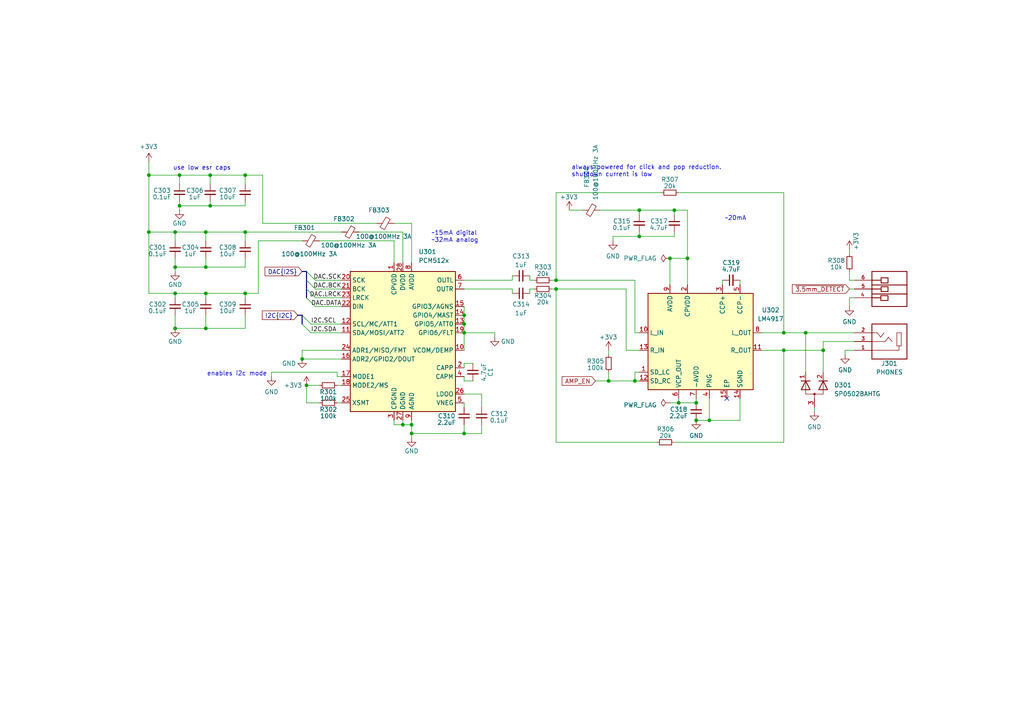
<source format=kicad_sch>
(kicad_sch (version 20230121) (generator eeschema)
  (paper "A4")
  (title_block (date "2022-09-04") (rev "1"))
  (lib_symbols
    (symbol "Audio:PCM5121PW"
      (property "Reference" "U" (at -13.97 21.59 0))
      (property "Value" "PCM5121PW" (at 10.16 21.59 0))
      (symbol "PCM5121PW_0_1"
        (rectangle (start -15.24 20.32) (end 15.24 -20.32) (stroke (width 0.254)) (fill (type background)))
      )
      (symbol "PCM5121PW_1_1"
        (pin power_in line (at -2.54 22.86 270) (length 2.54) (name "CPVDD") (number "1"))
        (pin bidirectional line (at 17.78 -2.54 180) (length 2.54) (name "VCOM/DEMP") (number "10"))
        (pin bidirectional line (at -17.78 2.54 0) (length 2.54) (name "SDA/MOSI/ATT2") (number "11"))
        (pin input line (at -17.78 5.08 0) (length 2.54) (name "SCL/MC/ATT1") (number "12"))
        (pin bidirectional line (at 17.78 5.08 180) (length 2.54) (name "GPIO5/ATT0") (number "13"))
        (pin bidirectional line (at 17.78 7.62 180) (length 2.54) (name "GPIO4/MAST") (number "14"))
        (pin bidirectional line (at 17.78 10.16 180) (length 2.54) (name "GPIO3/AGNS") (number "15"))
        (pin bidirectional line (at -17.78 -5.08 0) (length 2.54) (name "ADR2/GPIO2/DOUT") (number "16"))
        (pin input line (at -17.78 -10.16 0) (length 2.54) (name "MODE1") (number "17"))
        (pin input line (at -17.78 -12.7 0) (length 2.54) (name "MODE2/MS") (number "18"))
        (pin bidirectional line (at 17.78 2.54 180) (length 2.54) (name "GPIO6/FLT") (number "19"))
        (pin passive line (at 17.78 -7.62 180) (length 2.54) (name "CAPP") (number "2"))
        (pin input line (at -17.78 17.78 0) (length 2.54) (name "SCK") (number "20"))
        (pin bidirectional line (at -17.78 15.24 0) (length 2.54) (name "BCK") (number "21"))
        (pin input line (at -17.78 10.16 0) (length 2.54) (name "DIN") (number "22"))
        (pin bidirectional line (at -17.78 12.7 0) (length 2.54) (name "LRCK") (number "23"))
        (pin bidirectional line (at -17.78 -2.54 0) (length 2.54) (name "ADR1/MISO/FMT") (number "24"))
        (pin input line (at -17.78 -17.78 0) (length 2.54) (name "XSMT") (number "25"))
        (pin passive line (at 17.78 -15.24 180) (length 2.54) (name "LDOO") (number "26"))
        (pin power_in line (at 0 -22.86 90) (length 2.54) (name "DGND") (number "27"))
        (pin power_in line (at 0 22.86 270) (length 2.54) (name "DVDD") (number "28"))
        (pin power_in line (at -2.54 -22.86 90) (length 2.54) (name "CPGND") (number "3"))
        (pin passive line (at 17.78 -10.16 180) (length 2.54) (name "CAPM") (number "4"))
        (pin passive line (at 17.78 -17.78 180) (length 2.54) (name "VNEG") (number "5"))
        (pin output line (at 17.78 17.78 180) (length 2.54) (name "OUTL") (number "6"))
        (pin output line (at 17.78 15.24 180) (length 2.54) (name "OUTR") (number "7"))
        (pin power_in line (at 2.54 22.86 270) (length 2.54) (name "AVDD") (number "8"))
        (pin power_in line (at 2.54 -22.86 90) (length 2.54) (name "AGND") (number "9"))
      )
    )
    (symbol "Device:C_Small" (pin_numbers hide) (pin_names (offset 0.254) hide)
      (property "Reference" "C" (at 0.254 1.778 0))
      (property "Value" "C_Small" (at 0.254 -2.032 0))
      (symbol "C_Small_0_1"
        (polyline (pts (xy -1.524 -0.508) (xy 1.524 -0.508)) (stroke (width 0.3302)))
        (polyline (pts (xy -1.524 0.508) (xy 1.524 0.508)) (stroke (width 0.3048)))
      )
      (symbol "C_Small_1_1"
        (pin passive line (at 0 2.54 270) (length 2.032) (name "~") (number "1"))
        (pin passive line (at 0 -2.54 90) (length 2.032) (name "~") (number "2"))
      )
    )
    (symbol "Device:D_Dual_CommonAnode_KKA_Parallel" (pin_names (offset 0.762) hide)
      (property "Reference" "D" (at 0 5.08 0))
      (property "Value" "D_Dual_CommonAnode_KKA_Parallel" (at 0 -5.08 0))
      (symbol "D_Dual_CommonAnode_KKA_Parallel_0_0"
        (polyline (pts (xy 2.54 -3.81) (xy 2.54 -1.27)) (stroke (width 0.254)))
        (polyline (pts (xy 2.54 1.27) (xy 2.54 3.81)) (stroke (width 0.254)))
      )
      (symbol "D_Dual_CommonAnode_KKA_Parallel_0_1"
        (circle (center -1.27 0) (radius 0.254) (fill (type outline)))
        (polyline (pts (xy -1.27 0) (xy -2.54 0)))
        (polyline (pts (xy 2.54 2.54) (xy -1.27 2.54) (xy -1.27 -2.54) (xy 2.54 -2.54)))
        (polyline (pts (xy 0 -1.27) (xy 2.54 -2.54) (xy 0 -3.81) (xy 0 -1.27) (xy 0 -1.27) (xy 0 -1.27)) (stroke (width 0.254)))
        (polyline (pts (xy 0 3.81) (xy 2.54 2.54) (xy 0 1.27) (xy 0 3.81) (xy 0 3.81) (xy 0 3.81)) (stroke (width 0.254)))
        (pin passive line (at 5.08 2.54 180) (length 2.54) (name "K") (number "1"))
        (pin passive line (at 5.08 -2.54 180) (length 2.54) (name "K") (number "2"))
        (pin passive line (at -5.08 0 0) (length 2.54) (name "A") (number "3"))
      )
    )
    (symbol "Device:FerriteBead_Small" (pin_numbers hide) (pin_names (offset 0))
      (property "Reference" "FB" (at 1.905 1.27 0))
      (property "Value" "FerriteBead_Small" (at 1.905 -1.27 0))
      (symbol "FerriteBead_Small_0_1"
        (polyline (pts (xy 0 -1.27) (xy 0 -0.7874)))
        (polyline (pts (xy 0 0.889) (xy 0 1.2954)))
        (polyline (pts (xy -1.8288 0.2794) (xy -1.1176 1.4986) (xy 1.8288 -0.2032) (xy 1.1176 -1.4224) (xy -1.8288 0.2794)))
      )
      (symbol "FerriteBead_Small_1_1"
        (pin passive line (at 0 2.54 270) (length 1.27) (name "~") (number "1"))
        (pin passive line (at 0 -2.54 90) (length 1.27) (name "~") (number "2"))
      )
    )
    (symbol "Device:R_Small" (pin_numbers hide) (pin_names (offset 0.254) hide)
      (property "Reference" "R" (at 0.762 0.508 0))
      (property "Value" "R_Small" (at 0.762 -1.016 0))
      (symbol "R_Small_0_1"
        (rectangle (start -0.762 1.778) (end 0.762 -1.778) (stroke (width 0.2032)))
      )
      (symbol "R_Small_1_1"
        (pin passive line (at 0 2.54 270) (length 0.762) (name "~") (number "1"))
        (pin passive line (at 0 -2.54 90) (length 0.762) (name "~") (number "2"))
      )
    )
    (symbol "power:+3V3" (power) (pin_names (offset 0))
      (property "Value" "+3V3" (at 0 3.556 0))
      (symbol "+3V3_0_1"
        (polyline (pts (xy -0.762 1.27) (xy 0 2.54)))
        (polyline (pts (xy 0 0) (xy 0 2.54)))
        (polyline (pts (xy 0 2.54) (xy 0.762 1.27)))
      )
      (symbol "+3V3_1_1"
        (pin power_in line (at 0 0 90) (length 0) hide (name "+3V3") (number "1"))
      )
    )
    (symbol "power:GND" (power) (pin_names (offset 0))
      (property "Value" "GND" (at 0 -3.81 0))
      (symbol "GND_0_1"
        (polyline (pts (xy 0 0) (xy 0 -1.27) (xy 1.27 -1.27) (xy 0 -2.54) (xy -1.27 -1.27) (xy 0 -1.27)))
      )
      (symbol "GND_1_1"
        (pin power_in line (at 0 0 270) (length 0) hide (name "GND") (number "1"))
      )
    )
    (symbol "power:PWR_FLAG" (power) (pin_numbers hide) (pin_names (offset 0) hide)
      (property "Value" "PWR_FLAG" (at 0 3.81 0))
      (symbol "PWR_FLAG_0_0"
        (pin power_out line (at 0 0 90) (length 0) (name "pwr") (number "1"))
      )
      (symbol "PWR_FLAG_0_1"
        (polyline (pts (xy 0 0) (xy 0 1.27) (xy -1.016 1.905) (xy 0 2.54) (xy 1.016 1.905) (xy 0 1.27)))
      )
    )
    (symbol "symbols:LM4917"
      (property "Reference" "U" (at 0 0 0))
      (property "Value" "LM4917" (at 0 0 0))
      (symbol "LM4917_0_0"
        (pin input line (at -17.78 -2.54 0) (length 2.54) (name "R_IN") (number "13"))
        (pin power_in line (at 11.43 -16.51 90) (length 2.54) (name "SGND") (number "14"))
        (pin power_in line (at 7.62 -16.51 90) (length 2.54) (name "EP") (number "15"))
        (pin passive line (at 6.35 16.51 270) (length 2.54) (name "CCP+") (number "3"))
      )
      (symbol "LM4917_0_1"
        (rectangle (start -15.24 13.97) (end 15.24 -13.97) (stroke (width 0.254)) (fill (type background)))
      )
      (symbol "LM4917_1_1"
        (pin input line (at -17.78 -8.89 0) (length 2.54) (name "SD_LC") (number "1"))
        (pin input line (at -17.78 2.54 0) (length 2.54) (name "L_IN") (number "10"))
        (pin output line (at 17.78 -2.54 180) (length 2.54) (name "R_OUT") (number "11"))
        (pin input line (at -17.78 -11.43 0) (length 2.54) (name "SD_RC") (number "12"))
        (pin power_in line (at -3.81 16.51 270) (length 2.54) (name "CPVDD") (number "2"))
        (pin power_in line (at 2.54 -16.51 90) (length 2.54) (name "PNG") (number "4"))
        (pin passive line (at 11.43 16.51 270) (length 2.54) (name "CCP-") (number "5"))
        (pin power_in line (at -6.35 -16.51 90) (length 2.54) (name "VCP_OUT") (number "6"))
        (pin power_in line (at -1.27 -16.51 90) (length 2.54) (name "-AVDD") (number "7"))
        (pin output line (at 17.78 2.54 180) (length 2.54) (name "L_OUT") (number "8"))
        (pin power_in line (at -8.89 16.51 270) (length 2.54) (name "AVDD") (number "9"))
      )
    )
    (symbol "symbols:SJ-3566AN" (pin_names (offset 1.016) hide)
      (property "Reference" "J" (at -5.1054 5.7404 0))
      (property "Value" "SJ-3566AN" (at -5.1054 -22.9362 0))
      (symbol "SJ-3566AN_0_0"
        (polyline (pts (xy -5.1054 -13.7922) (xy 5.0038 -13.7922)) (stroke (width 0.254)))
        (polyline (pts (xy -5.08 -20.32) (xy 5.08 -20.32)) (stroke (width 0.254)))
        (polyline (pts (xy -5.08 -10.16) (xy -5.08 -20.32)) (stroke (width 0.254)))
        (polyline (pts (xy -5.08 -5.08) (xy 5.08 -5.08)) (stroke (width 0.254)))
        (polyline (pts (xy -5.08 5.08) (xy -5.08 -5.08)) (stroke (width 0.254)))
        (polyline (pts (xy -3.429 -2.54) (xy -2.159 -2.54)) (stroke (width 0.1524)))
        (polyline (pts (xy -3.429 1.27) (xy -3.429 -2.54)) (stroke (width 0.1524)))
        (polyline (pts (xy -2.794 1.27) (xy -3.429 1.27)) (stroke (width 0.1524)))
        (polyline (pts (xy -2.794 1.27) (xy -2.794 2.54)) (stroke (width 0.1524)))
        (polyline (pts (xy -2.794 2.54) (xy 5.08 2.54)) (stroke (width 0.1524)))
        (polyline (pts (xy -2.159 -2.54) (xy -2.159 1.27)) (stroke (width 0.1524)))
        (polyline (pts (xy -2.159 1.27) (xy -2.794 1.27)) (stroke (width 0.1524)))
        (polyline (pts (xy 0.254 -1.27) (xy -0.762 0)) (stroke (width 0.1524)))
        (polyline (pts (xy 0.4064 -18.4912) (xy 0.4064 -16.9926)) (stroke (width 0.254)))
        (polyline (pts (xy 0.4064 -16.9926) (xy 2.3876 -16.9926)) (stroke (width 0.254)))
        (polyline (pts (xy 0.4064 -15.9004) (xy 0.4064 -14.5034)) (stroke (width 0.254)))
        (polyline (pts (xy 0.4064 -14.5034) (xy 2.3876 -14.5034)) (stroke (width 0.254)))
        (polyline (pts (xy 0.4064 -11.9126) (xy 0.4064 -13.3096)) (stroke (width 0.254)))
        (polyline (pts (xy 0.508 -13.3096) (xy 2.4892 -13.3096)) (stroke (width 0.254)))
        (polyline (pts (xy 1.27 0) (xy 0.254 -1.27)) (stroke (width 0.1524)))
        (polyline (pts (xy 1.524 -2.54) (xy 2.54 -1.27)) (stroke (width 0.1524)))
        (polyline (pts (xy 2.3876 -18.4912) (xy 0.4064 -18.4912)) (stroke (width 0.254)))
        (polyline (pts (xy 2.3876 -16.9926) (xy 2.3876 -18.4912)) (stroke (width 0.254)))
        (polyline (pts (xy 2.3876 -15.9004) (xy 0.4064 -15.9004)) (stroke (width 0.254)))
        (polyline (pts (xy 2.3876 -14.5034) (xy 2.3876 -15.9004)) (stroke (width 0.254)))
        (polyline (pts (xy 2.4892 -13.3096) (xy 2.4892 -11.9126)) (stroke (width 0.254)))
        (polyline (pts (xy 2.4892 -11.9126) (xy 0.508 -11.9126)) (stroke (width 0.254)))
        (polyline (pts (xy 2.54 -1.27) (xy 3.556 -2.54)) (stroke (width 0.1524)))
        (polyline (pts (xy 5.08 -20.32) (xy 5.08 -17.78)) (stroke (width 0.254)))
        (polyline (pts (xy 5.08 -17.78) (xy 2.54 -17.78)) (stroke (width 0.254)))
        (polyline (pts (xy 5.08 -17.78) (xy 5.08 -15.24)) (stroke (width 0.254)))
        (polyline (pts (xy 5.08 -15.24) (xy 2.54 -15.24)) (stroke (width 0.254)))
        (polyline (pts (xy 5.08 -15.24) (xy 5.08 -12.7)) (stroke (width 0.254)))
        (polyline (pts (xy 5.08 -12.7) (xy 2.54 -12.7)) (stroke (width 0.254)))
        (polyline (pts (xy 5.08 -12.7) (xy 5.08 -10.16)) (stroke (width 0.254)))
        (polyline (pts (xy 5.08 -10.16) (xy -5.08 -10.16)) (stroke (width 0.254)))
        (polyline (pts (xy 5.08 -5.08) (xy 5.08 -2.54)) (stroke (width 0.254)))
        (polyline (pts (xy 5.08 -2.54) (xy 3.556 -2.54)) (stroke (width 0.1524)))
        (polyline (pts (xy 5.08 -2.54) (xy 5.08 0)) (stroke (width 0.254)))
        (polyline (pts (xy 5.08 0) (xy 1.27 0)) (stroke (width 0.1524)))
        (polyline (pts (xy 5.08 0) (xy 5.08 2.54)) (stroke (width 0.254)))
        (polyline (pts (xy 5.08 2.54) (xy 5.08 5.08)) (stroke (width 0.254)))
        (polyline (pts (xy 5.08 5.08) (xy -5.08 5.08)) (stroke (width 0.254)))
        (polyline (pts (xy 5.1054 -16.4084) (xy -5.1054 -16.4084)) (stroke (width 0.254)))
        (pin passive line (at 10.16 2.54 180) (length 5.08) (name "~") (number "1"))
        (pin passive line (at 10.16 -2.54 180) (length 5.08) (name "~") (number "2"))
        (pin passive line (at 10.16 0 180) (length 5.08) (name "~") (number "3"))
        (pin passive line (at 10.3124 -12.7 180) (length 5.08) (name "~") (number "4"))
        (pin passive line (at 10.16 -15.24 180) (length 5.08) (name "~") (number "5"))
        (pin passive line (at 10.16 -17.78 180) (length 5.08) (name "~") (number "6"))
      )
    )
  )
  (junction (at 71.12 85.09))
  (junction (at 134.62 93.98))
  (junction (at 134.62 91.44))
  (junction (at 201.93 121.92))
  (junction (at 43.18 50.8))
  (junction (at 195.58 60.96))
  (junction (at 176.53 110.49))
  (junction (at 119.38 125.73))
  (junction (at 184.15 110.49))
  (junction (at 43.18 67.31))
  (junction (at 59.69 67.31))
  (junction (at 71.12 50.8))
  (junction (at 116.84 123.19))
  (junction (at 238.76 101.6))
  (junction (at 227.33 101.6))
  (junction (at 59.69 95.25))
  (junction (at 50.8 85.09))
  (junction (at 199.39 74.93))
  (junction (at 185.42 60.96))
  (junction (at 87.63 104.14))
  (junction (at 185.42 68.58))
  (junction (at 59.69 77.47))
  (junction (at 205.74 121.92))
  (junction (at 119.38 123.19))
  (junction (at 201.93 116.84))
  (junction (at 50.8 67.31))
  (junction (at 134.62 96.52))
  (junction (at 134.62 125.73))
  (junction (at 161.29 83.82))
  (junction (at 52.07 50.8))
  (junction (at 233.68 96.52))
  (junction (at 52.07 59.69))
  (junction (at 50.8 95.25))
  (junction (at 88.9 111.76))
  (junction (at 60.96 59.69))
  (junction (at 71.12 67.31))
  (junction (at 60.96 50.8))
  (junction (at 196.85 116.84))
  (junction (at 161.29 81.28))
  (junction (at 194.31 74.93))
  (junction (at 227.33 96.52))
  (junction (at 50.8 77.47))
  (junction (at 59.69 85.09))
  (no_connect (at 210.82 115.57))
  (bus_entry (at 87.63 93.98) (size 2.54 2.54))
  (bus_entry (at 87.63 91.44) (size 2.54 2.54))
  (bus_entry (at 88.9 78.74) (size 2.54 2.54))
  (bus_entry (at 88.9 81.28) (size 2.54 2.54))
  (bus_entry (at 88.9 86.36) (size 2.54 2.54))
  (bus_entry (at 88.9 83.82) (size 2.54 2.54))
  (wire (pts (xy 176.53 102.87) (xy 176.53 101.6)))
  (wire (pts (xy 59.69 74.93) (xy 59.69 77.47)))
  (wire (pts (xy 184.15 81.28) (xy 184.15 96.52)))
  (wire (pts (xy 153.67 83.82) (xy 153.67 85.09)))
  (wire (pts (xy 134.62 105.41) (xy 134.62 106.68)))
  (wire (pts (xy 71.12 58.42) (xy 71.12 59.69)))
  (wire (pts (xy 116.84 123.19) (xy 119.38 123.19)))
  (wire (pts (xy 50.8 77.47) (xy 50.8 78.74)))
  (wire (pts (xy 154.94 81.28) (xy 153.67 81.28)))
  (wire (pts (xy 227.33 101.6) (xy 227.33 128.27)))
  (wire (pts (xy 153.67 81.28) (xy 153.67 80.01)))
  (wire (pts (xy 148.59 83.82) (xy 148.59 85.09)))
  (wire (pts (xy 172.72 110.49) (xy 176.53 110.49)))
  (wire (pts (xy 227.33 128.27) (xy 195.58 128.27)))
  (wire (pts (xy 209.55 81.28) (xy 209.55 82.55)))
  (wire (pts (xy 220.98 101.6) (xy 227.33 101.6)))
  (wire (pts (xy 50.8 77.47) (xy 59.69 77.47)))
  (wire (pts (xy 50.8 69.85) (xy 50.8 67.31)))
  (wire (pts (xy 52.07 50.8) (xy 60.96 50.8)))
  (wire (pts (xy 185.42 60.96) (xy 195.58 60.96)))
  (wire (pts (xy 87.63 101.6) (xy 99.06 101.6)))
  (wire (pts (xy 59.69 67.31) (xy 71.12 67.31)))
  (wire (pts (xy 247.8024 101.6) (xy 245.11 101.6)))
  (wire (pts (xy 177.8 68.58) (xy 177.8 69.85)))
  (wire (pts (xy 173.99 60.96) (xy 185.42 60.96)))
  (wire (pts (xy 76.2 50.8) (xy 76.2 64.77)))
  (wire (pts (xy 87.63 101.6) (xy 87.63 104.14)))
  (bus (pts (xy 88.9 78.74) (xy 88.9 81.28)))
  (wire (pts (xy 139.7 125.73) (xy 134.62 125.73)))
  (wire (pts (xy 134.62 114.3) (xy 139.7 114.3)))
  (wire (pts (xy 161.29 55.88) (xy 191.77 55.88)))
  (wire (pts (xy 185.42 60.96) (xy 185.42 62.23)))
  (wire (pts (xy 195.58 60.96) (xy 199.39 60.96)))
  (wire (pts (xy 43.18 50.8) (xy 52.07 50.8)))
  (wire (pts (xy 119.38 76.2) (xy 119.38 64.77)))
  (wire (pts (xy 134.62 81.28) (xy 148.59 81.28)))
  (wire (pts (xy 59.69 67.31) (xy 59.69 69.85)))
  (wire (pts (xy 97.79 111.76) (xy 99.06 111.76)))
  (wire (pts (xy 233.68 96.52) (xy 233.68 107.95)))
  (wire (pts (xy 52.07 59.69) (xy 60.96 59.69)))
  (wire (pts (xy 214.63 115.57) (xy 214.63 121.92)))
  (bus (pts (xy 87.63 78.74) (xy 88.9 78.74)))
  (wire (pts (xy 181.61 83.82) (xy 161.29 83.82)))
  (wire (pts (xy 97.79 107.95) (xy 97.79 109.22)))
  (wire (pts (xy 97.79 109.22) (xy 99.06 109.22)))
  (wire (pts (xy 227.33 55.88) (xy 227.33 96.52)))
  (wire (pts (xy 114.3 123.19) (xy 116.84 123.19)))
  (wire (pts (xy 59.69 85.09) (xy 59.69 86.36)))
  (wire (pts (xy 134.62 88.9) (xy 134.62 91.44)))
  (wire (pts (xy 238.76 101.6) (xy 238.76 99.06)))
  (wire (pts (xy 199.39 60.96) (xy 199.39 74.93)))
  (wire (pts (xy 99.06 67.31) (xy 71.12 67.31)))
  (wire (pts (xy 184.15 107.95) (xy 184.15 110.49)))
  (wire (pts (xy 71.12 74.93) (xy 71.12 77.47)))
  (wire (pts (xy 59.69 91.44) (xy 59.69 95.25)))
  (wire (pts (xy 137.16 110.49) (xy 134.62 110.49)))
  (wire (pts (xy 161.29 81.28) (xy 160.02 81.28)))
  (wire (pts (xy 60.96 50.8) (xy 71.12 50.8)))
  (wire (pts (xy 154.94 83.82) (xy 153.67 83.82)))
  (wire (pts (xy 181.61 83.82) (xy 181.61 101.6)))
  (wire (pts (xy 139.7 123.19) (xy 139.7 125.73)))
  (wire (pts (xy 88.9 116.84) (xy 92.71 116.84)))
  (wire (pts (xy 60.96 50.8) (xy 60.96 53.34)))
  (wire (pts (xy 185.42 68.58) (xy 177.8 68.58)))
  (bus (pts (xy 87.63 91.44) (xy 87.63 93.98)))
  (wire (pts (xy 165.1 60.96) (xy 168.91 60.96)))
  (wire (pts (xy 134.62 96.52) (xy 134.62 101.6)))
  (wire (pts (xy 71.12 91.44) (xy 71.12 95.25)))
  (wire (pts (xy 50.8 91.44) (xy 50.8 95.25)))
  (wire (pts (xy 90.17 96.52) (xy 99.06 96.52)))
  (wire (pts (xy 43.18 67.31) (xy 43.18 85.09)))
  (wire (pts (xy 71.12 86.36) (xy 71.12 85.09)))
  (wire (pts (xy 43.18 50.8) (xy 43.18 67.31)))
  (wire (pts (xy 71.12 53.34) (xy 71.12 50.8)))
  (wire (pts (xy 246.38 72.39) (xy 246.38 73.66)))
  (wire (pts (xy 195.58 68.58) (xy 195.58 67.31)))
  (wire (pts (xy 134.62 123.19) (xy 134.62 125.73)))
  (wire (pts (xy 59.69 77.47) (xy 71.12 77.47)))
  (wire (pts (xy 161.29 55.88) (xy 161.29 81.28)))
  (wire (pts (xy 88.9 111.76) (xy 92.71 111.76)))
  (wire (pts (xy 52.07 53.34) (xy 52.07 50.8)))
  (wire (pts (xy 161.29 128.27) (xy 161.29 83.82)))
  (wire (pts (xy 227.33 101.6) (xy 238.76 101.6)))
  (wire (pts (xy 88.9 111.76) (xy 88.9 116.84)))
  (wire (pts (xy 233.68 96.52) (xy 247.8024 96.52)))
  (wire (pts (xy 71.12 69.85) (xy 71.12 67.31)))
  (wire (pts (xy 205.74 121.92) (xy 201.93 121.92)))
  (bus (pts (xy 88.9 83.82) (xy 88.9 86.36)))
  (wire (pts (xy 220.98 96.52) (xy 227.33 96.52)))
  (wire (pts (xy 236.22 119.38) (xy 236.22 118.11)))
  (wire (pts (xy 50.8 74.93) (xy 50.8 77.47)))
  (wire (pts (xy 78.74 107.95) (xy 78.74 109.22)))
  (wire (pts (xy 161.29 83.82) (xy 160.02 83.82)))
  (wire (pts (xy 143.51 97.79) (xy 143.51 96.52)))
  (wire (pts (xy 91.44 86.36) (xy 99.06 86.36)))
  (wire (pts (xy 74.93 85.09) (xy 74.93 69.85)))
  (wire (pts (xy 246.38 86.36) (xy 247.65 86.36)))
  (wire (pts (xy 238.76 101.6) (xy 238.76 107.95)))
  (wire (pts (xy 134.62 125.73) (xy 119.38 125.73)))
  (wire (pts (xy 184.15 110.49) (xy 185.42 110.49)))
  (wire (pts (xy 245.11 101.6) (xy 245.11 102.87)))
  (wire (pts (xy 134.62 110.49) (xy 134.62 109.22)))
  (wire (pts (xy 50.8 85.09) (xy 59.69 85.09)))
  (wire (pts (xy 59.69 85.09) (xy 71.12 85.09)))
  (wire (pts (xy 196.85 115.57) (xy 196.85 116.84)))
  (wire (pts (xy 60.96 58.42) (xy 60.96 59.69)))
  (wire (pts (xy 246.38 81.28) (xy 247.8024 81.28)))
  (wire (pts (xy 97.79 116.84) (xy 99.06 116.84)))
  (wire (pts (xy 194.31 82.55) (xy 194.31 74.93)))
  (wire (pts (xy 246.38 88.9) (xy 246.38 86.36)))
  (wire (pts (xy 214.63 81.28) (xy 214.63 82.55)))
  (bus (pts (xy 88.9 81.28) (xy 88.9 83.82)))
  (wire (pts (xy 91.44 83.82) (xy 99.06 83.82)))
  (wire (pts (xy 134.62 93.98) (xy 134.62 96.52)))
  (wire (pts (xy 227.33 96.52) (xy 233.68 96.52)))
  (wire (pts (xy 116.84 76.2) (xy 116.84 67.31)))
  (wire (pts (xy 114.3 69.85) (xy 114.3 76.2)))
  (wire (pts (xy 78.74 107.95) (xy 97.79 107.95)))
  (wire (pts (xy 205.74 115.57) (xy 205.74 121.92)))
  (wire (pts (xy 74.93 69.85) (xy 87.63 69.85)))
  (wire (pts (xy 50.8 86.36) (xy 50.8 85.09)))
  (wire (pts (xy 43.18 46.99) (xy 43.18 50.8)))
  (wire (pts (xy 176.53 110.49) (xy 184.15 110.49)))
  (wire (pts (xy 185.42 68.58) (xy 195.58 68.58)))
  (wire (pts (xy 71.12 85.09) (xy 74.93 85.09)))
  (wire (pts (xy 205.74 121.92) (xy 214.63 121.92)))
  (wire (pts (xy 194.31 74.93) (xy 199.39 74.93)))
  (wire (pts (xy 184.15 107.95) (xy 185.42 107.95)))
  (bus (pts (xy 86.36 91.44) (xy 87.63 91.44)))
  (wire (pts (xy 92.71 69.85) (xy 114.3 69.85)))
  (wire (pts (xy 196.85 55.88) (xy 227.33 55.88)))
  (wire (pts (xy 246.38 83.82) (xy 247.8024 83.82)))
  (wire (pts (xy 194.31 116.84) (xy 196.85 116.84)))
  (wire (pts (xy 201.93 116.84) (xy 201.93 115.57)))
  (wire (pts (xy 119.38 123.19) (xy 119.38 125.73)))
  (wire (pts (xy 176.53 107.95) (xy 176.53 110.49)))
  (wire (pts (xy 134.62 116.84) (xy 134.62 118.11)))
  (wire (pts (xy 50.8 95.25) (xy 59.69 95.25)))
  (wire (pts (xy 114.3 64.77) (xy 119.38 64.77)))
  (wire (pts (xy 134.62 91.44) (xy 134.62 93.98)))
  (wire (pts (xy 90.17 93.98) (xy 99.06 93.98)))
  (wire (pts (xy 50.8 85.09) (xy 43.18 85.09)))
  (wire (pts (xy 116.84 121.92) (xy 116.84 123.19)))
  (wire (pts (xy 185.42 101.6) (xy 181.61 101.6)))
  (wire (pts (xy 184.15 96.52) (xy 185.42 96.52)))
  (wire (pts (xy 195.58 60.96) (xy 195.58 62.23)))
  (wire (pts (xy 71.12 50.8) (xy 76.2 50.8)))
  (wire (pts (xy 139.7 118.11) (xy 139.7 114.3)))
  (wire (pts (xy 52.07 59.69) (xy 52.07 60.96)))
  (wire (pts (xy 50.8 67.31) (xy 59.69 67.31)))
  (wire (pts (xy 87.63 104.14) (xy 99.06 104.14)))
  (wire (pts (xy 184.15 81.28) (xy 161.29 81.28)))
  (wire (pts (xy 76.2 64.77) (xy 109.22 64.77)))
  (wire (pts (xy 185.42 67.31) (xy 185.42 68.58)))
  (wire (pts (xy 91.44 81.28) (xy 99.06 81.28)))
  (wire (pts (xy 199.39 74.93) (xy 199.39 82.55)))
  (wire (pts (xy 119.38 121.92) (xy 119.38 123.19)))
  (wire (pts (xy 134.62 83.82) (xy 148.59 83.82)))
  (wire (pts (xy 114.3 121.92) (xy 114.3 123.19)))
  (wire (pts (xy 116.84 67.31) (xy 104.14 67.31)))
  (wire (pts (xy 196.85 116.84) (xy 201.93 116.84)))
  (wire (pts (xy 238.76 99.06) (xy 247.8024 99.06)))
  (wire (pts (xy 134.62 96.52) (xy 143.51 96.52)))
  (wire (pts (xy 137.16 105.41) (xy 134.62 105.41)))
  (wire (pts (xy 148.59 81.28) (xy 148.59 80.01)))
  (wire (pts (xy 119.38 125.73) (xy 119.38 127)))
  (wire (pts (xy 246.38 81.28) (xy 246.38 78.74)))
  (wire (pts (xy 52.07 58.42) (xy 52.07 59.69)))
  (wire (pts (xy 190.5 128.27) (xy 161.29 128.27)))
  (wire (pts (xy 91.44 88.9) (xy 99.06 88.9)))
  (wire (pts (xy 60.96 59.69) (xy 71.12 59.69)))
  (wire (pts (xy 43.18 67.31) (xy 50.8 67.31)))
  (wire (pts (xy 59.69 95.25) (xy 71.12 95.25)))
  (text "~20mA" (at 210.185 64.135 0) (effects (font (size 1.27 1.27)) (justify left bottom)))
  (text "always powered for click and pop reduction.\nshutdown current is low" (at 165.735 51.435 0) (effects (font (size 1.27 1.27)) (justify left bottom)))
  (text "~15mA digital\n~32mA analog" (at 125.095 70.485 0) (effects (font (size 1.27 1.27)) (justify left bottom)))
  (text "use low esr caps" (at 50.165 49.53 0) (effects (font (size 1.27 1.27)) (justify left bottom)))
  (text "enables i2c mode" (at 77.47 109.22 0) (effects (font (size 1.27 1.27)) (justify right bottom)))
  (label "DAC.BCK" (at 99.06 83.82 180))
  (label "DAC.LRCK" (at 99.06 86.36 180))
  (label "DAC.DATA" (at 99.06 88.9 180))
  (label "I2C.SCL" (at 90.17 93.98 0))
  (label "I2C.SDA" (at 90.17 96.52 0))
  (label "DAC.SCK" (at 99.06 81.28 180))
  (global_label "AMP_EN" (shape input) (at 172.72 110.49 180) (property "Intersheetrefs" "${INTERSHEET_REFS}" (effects hide)))
  (global_label "I2C{I2C}" (shape input) (at 86.36 91.44 180) (property "Intersheetrefs" "${INTERSHEET_REFS}" (effects hide)))
  (global_label "DAC{I2S}" (shape input) (at 87.63 78.74 180) (property "Intersheetrefs" "${INTERSHEET_REFS}" (effects hide)))
  (global_label "~{3.5mm_DETECT}" (shape input) (at 246.38 83.82 180) (property "Intersheetrefs" "${INTERSHEET_REFS}" (effects hide)))
  (symbol (lib_id "Device:C_Small") (at 71.12 55.88 0) (unit 1)
    (property "Reference" "C307" (at 66.04 55.245 0))
    (property "Value" "10uF" (at 66.04 57.15 0))
    (property "Footprint" "Capacitor_SMD:C_0603_1608Metric" (effects hide))
  )
  (symbol (lib_id "power:GND") (at 119.38 127 0) (unit 1)
    (property "Reference" "#PWR0308" (effects hide))
    (property "Value" "GND" (at 119.38 130.81 0))
  )
  (symbol (lib_id "power:GND") (at 87.63 104.14 0) (unit 1)
    (property "Reference" "#PWR0307" (effects hide))
    (property "Value" "GND" (at 83.82 105.41 0))
  )
  (symbol (lib_id "Device:C_Small") (at 71.12 88.9 0) (unit 1)
    (property "Reference" "C309" (at 66.04 88.265 0))
    (property "Value" "10uF" (at 66.04 90.17 0))
    (property "Footprint" "Capacitor_SMD:C_0603_1608Metric" (effects hide))
  )
  (symbol (lib_id "Device:C_Small") (at 139.7 120.65 0) (unit 1)
    (property "Reference" "C312" (at 144.78 120.015 0))
    (property "Value" "0.1uF" (at 144.78 121.92 0))
    (property "Footprint" "Capacitor_SMD:C_0603_1608Metric" (effects hide))
  )
  (symbol (lib_id "Device:R_Small") (at 193.04 128.27 90) (unit 1)
    (property "Reference" "R306" (at 193.04 124.46 90))
    (property "Value" "20k" (at 193.04 126.365 90))
    (property "Footprint" "Resistor_SMD:R_0603_1608Metric" (effects hide))
    (property "MPN" "AC0603FR-0720KL" (effects hide))
  )
  (symbol (lib_id "Device:R_Small") (at 95.25 111.76 90) (unit 1)
    (property "Reference" "R301" (at 95.25 113.665 90))
    (property "Value" "100k" (at 95.25 115.57 90))
    (property "Footprint" "Resistor_SMD:R_0603_1608Metric" (effects hide))
    (property "MPN" "RC0603JR-10100KL" (effects hide))
  )
  (symbol (lib_id "Device:R_Small") (at 157.48 81.28 90) (unit 1)
    (property "Reference" "R303" (at 157.48 77.47 90))
    (property "Value" "20k" (at 157.48 79.375 90))
    (property "Footprint" "Resistor_SMD:R_0603_1608Metric" (effects hide))
    (property "MPN" "AC0603FR-0720KL" (effects hide))
  )
  (symbol (lib_id "power:GND") (at 50.8 95.25 0) (unit 1)
    (property "Reference" "#PWR0303" (effects hide))
    (property "Value" "GND" (at 50.8 99.06 0))
  )
  (symbol (lib_id "Device:FerriteBead_Small") (at 90.17 69.85 90) (unit 1)
    (property "Reference" "FB301" (at 91.44 66.04 90) (effects (justify left)))
    (property "Value" "100@100MHz 3A" (at 97.79 73.66 90) (effects (justify left)))
    (property "Footprint" "Inductor_SMD:L_0603_1608Metric" (effects hide))
    (property "MPN" "BLM18KG101TN1D" (effects hide))
  )
  (symbol (lib_id "Device:C_Small") (at 134.62 120.65 0) (unit 1)
    (property "Reference" "C310" (at 129.54 120.65 0))
    (property "Value" "2.2uF" (at 129.54 122.555 0))
    (property "Footprint" "Capacitor_SMD:C_0603_1608Metric" (effects hide))
    (property "MPN" "EMK107ABJ225KA8T" (effects hide))
  )
  (symbol (lib_id "Device:C_Small") (at 71.12 72.39 0) (unit 1)
    (property "Reference" "C308" (at 66.04 71.755 0))
    (property "Value" "10uF" (at 66.04 73.66 0))
    (property "Footprint" "Capacitor_SMD:C_0603_1608Metric" (effects hide))
  )
  (symbol (lib_id "power:GND") (at 78.74 109.22 0) (unit 1)
    (property "Reference" "#PWR0305" (effects hide))
    (property "Value" "GND" (at 78.74 113.665 0))
  )
  (symbol (lib_id "Device:C_Small") (at 59.69 72.39 0) (unit 1)
    (property "Reference" "C304" (at 55.245 71.755 0))
    (property "Value" "1uF" (at 55.245 73.66 0))
    (property "Footprint" "Capacitor_SMD:C_0603_1608Metric" (effects hide))
  )
  (symbol (lib_id "power:GND") (at 143.51 97.79 0) (unit 1)
    (property "Reference" "#PWR0309" (effects hide))
    (property "Value" "GND" (at 147.32 99.06 0))
  )
  (symbol (lib_id "power:GND") (at 245.11 102.87 0) (unit 1)
    (property "Reference" "#PWR0315" (effects hide))
    (property "Value" "GND" (at 245.11 107.315 0))
  )
  (symbol (lib_id "power:+3V3") (at 165.1 60.96 0) (unit 1)
    (property "Reference" "#PWR0310" (effects hide))
    (property "Value" "+3V3" (at 167.64 57.15 0) (effects (justify right)))
  )
  (symbol (lib_id "Device:C_Small") (at 60.96 55.88 0) (unit 1)
    (property "Reference" "C306" (at 56.515 55.245 0))
    (property "Value" "1uF" (at 56.515 57.15 0))
    (property "Footprint" "Capacitor_SMD:C_0603_1608Metric" (effects hide))
  )
  (symbol (lib_id "power:GND") (at 52.07 60.96 0) (unit 1)
    (property "Reference" "#PWR0304" (effects hide))
    (property "Value" "GND" (at 52.07 64.77 0))
  )
  (symbol (lib_id "power:GND") (at 236.22 119.38 0) (unit 1)
    (property "Reference" "#PWR0314" (effects hide))
    (property "Value" "GND" (at 236.22 123.825 0))
  )
  (symbol (lib_id "Device:C_Small") (at 195.58 64.77 0) (unit 1)
    (property "Reference" "C317" (at 191.135 64.135 0))
    (property "Value" "4.7uF" (at 191.135 66.04 0))
    (property "Footprint" "Capacitor_Tantalum_SMD:CP_EIA-2012-12_Kemet-R" (effects hide))
  )
  (symbol (lib_id "Device:C_Small") (at 185.42 64.77 0) (unit 1)
    (property "Reference" "C315" (at 180.34 64.135 0))
    (property "Value" "0.1uF" (at 180.34 66.04 0))
    (property "Footprint" "Capacitor_SMD:C_0603_1608Metric" (effects hide))
  )
  (symbol (lib_id "Device:C_Small") (at 212.09 81.28 90) (unit 1)
    (property "Reference" "C319" (at 212.09 76.2 90))
    (property "Value" "4.7uF" (at 212.09 78.105 90))
    (property "Footprint" "Capacitor_SMD:C_0603_1608Metric" (effects hide))
  )
  (symbol (lib_id "Device:FerriteBead_Small") (at 171.45 60.96 270) (unit 1)
    (property "Reference" "FB304" (at 170.18 48.26 0) (effects (justify left)))
    (property "Value" "100@100MHz 3A" (at 172.72 41.91 0) (effects (justify left)))
    (property "Footprint" "Inductor_SMD:L_0603_1608Metric" (effects hide))
    (property "MPN" "BLM18KG101TN1D" (effects hide))
  )
  (symbol (lib_id "power:+3V3") (at 246.38 72.39 0) (unit 1)
    (property "Reference" "#PWR0316" (effects hide))
    (property "Value" "+3V3" (at 248.285 67.31 90) (effects (justify right)))
  )
  (symbol (lib_id "Device:R_Small") (at 176.53 105.41 180) (unit 1)
    (property "Reference" "R305" (at 172.72 104.775 0))
    (property "Value" "100k" (at 172.72 106.68 0))
    (property "Footprint" "Resistor_SMD:R_0603_1608Metric" (effects hide))
    (property "MPN" "RC0603JR-10100KL" (effects hide))
  )
  (symbol (lib_id "power:+3V3") (at 176.53 101.6 0) (unit 1)
    (property "Reference" "#PWR0311" (effects hide))
    (property "Value" "+3V3" (at 179.07 97.79 0) (effects (justify right)))
  )
  (symbol (lib_id "power:GND") (at 246.38 88.9 0) (unit 1)
    (property "Reference" "#PWR0317" (effects hide))
    (property "Value" "GND" (at 246.38 93.345 0))
  )
  (symbol (lib_id "power:GND") (at 201.93 121.92 0) (unit 1)
    (property "Reference" "#PWR0313" (effects hide))
    (property "Value" "GND" (at 201.93 126.365 0))
  )
  (symbol (lib_id "Device:R_Small") (at 246.38 76.2 180) (unit 1)
    (property "Reference" "R308" (at 242.57 75.565 0))
    (property "Value" "10k" (at 242.57 77.47 0))
    (property "Footprint" "Resistor_SMD:R_0603_1608Metric" (effects hide))
    (property "MPN" "AC0603JR-0710KL" (effects hide))
  )
  (symbol (lib_id "symbols:SJ-3566AN") (at 257.9624 99.06 180) (unit 1)
    (property "Reference" "J301" (at 257.9624 105.41 0))
    (property "Value" "PHONES" (at 257.9624 107.95 0))
    (property "Footprint" "footprints:CUI_SJ-3566AN" (effects hide))
    (property "MPN" "SJ-3566AN" (effects hide))
    (property "STANDARD" "Manufacturer recommendations" (effects hide))
    (property "MF" "CUI Inc" (effects hide))
  )
  (symbol (lib_id "Device:C_Small") (at 137.16 107.95 0) (unit 1)
    (property "Reference" "C1" (at 142.24 107.95 90))
    (property "Value" "4.7uF" (at 140.335 107.95 90))
    (property "Footprint" "Capacitor_SMD:C_0603_1608Metric" (effects hide))
  )
  (symbol (lib_id "power:PWR_FLAG") (at 194.31 74.93 90) (unit 1)
    (property "Reference" "#FLG0203" (effects hide))
    (property "Value" "PWR_FLAG" (at 190.5 74.93 90) (effects (justify left)))
    (instances (project "gay-ipod" (path "" (reference "#FLG0203") (unit 1)) (path "" (reference "#FLG0102") (unit 1)) (path "" (reference "#FLG0401") (unit 1)) (path "" (reference "#FLG0302") (unit 1))))
  )
  (symbol (lib_id "power:GND") (at 177.8 69.85 0) (unit 1)
    (property "Reference" "#PWR0312" (effects hide))
    (property "Value" "GND" (at 177.8 74.295 0))
  )
  (symbol (lib_id "Device:C_Small") (at 151.13 85.09 90) (unit 1)
    (property "Reference" "C314" (at 151.13 88.265 90))
    (property "Value" "1uF" (at 151.13 90.805 90))
    (property "Footprint" "Diode_SMD:D_1206_3216Metric" (effects hide))
    (property "MPN" "T491A105M016AT" (effects hide))
  )
  (symbol (lib_id "Device:FerriteBead_Small") (at 101.6 67.31 90) (unit 1)
    (property "Reference" "FB302" (at 102.87 63.5 90) (effects (justify left)))
    (property "Value" "100@100MHz 3A" (at 109.22 71.12 90) (effects (justify left)))
    (property "Footprint" "Inductor_SMD:L_0603_1608Metric" (effects hide))
    (property "MPN" "BLM18KG101TN1D" (effects hide))
  )
  (symbol (lib_id "power:GND") (at 50.8 78.74 0) (unit 1)
    (property "Reference" "#PWR0302" (effects hide))
    (property "Value" "GND" (at 50.8 82.55 0))
  )
  (symbol (lib_id "Device:C_Small") (at 50.8 88.9 0) (unit 1)
    (property "Reference" "C302" (at 45.72 88.265 0))
    (property "Value" "0.1uF" (at 45.72 90.17 0))
    (property "Footprint" "Capacitor_SMD:C_0603_1608Metric" (effects hide))
  )
  (symbol (lib_id "power:+3V3") (at 43.18 46.99 0) (unit 1)
    (property "Reference" "#PWR0301" (effects hide))
    (property "Value" "+3V3" (at 45.72 42.545 0) (effects (justify right)))
  )
  (symbol (lib_id "Device:C_Small") (at 151.13 80.01 90) (unit 1)
    (property "Reference" "C313" (at 151.13 74.295 90))
    (property "Value" "1uF" (at 151.13 76.835 90))
    (property "Footprint" "Diode_SMD:D_1206_3216Metric" (effects hide))
    (property "MPN" "T491A105M016AT" (effects hide))
  )
  (symbol (lib_id "Device:C_Small") (at 50.8 72.39 0) (unit 1)
    (property "Reference" "C301" (at 45.72 71.755 0))
    (property "Value" "0.1uF" (at 45.72 73.66 0))
    (property "Footprint" "Capacitor_SMD:C_0603_1608Metric" (effects hide))
  )
  (symbol (lib_id "Device:R_Small") (at 157.48 83.82 270) (unit 1)
    (property "Reference" "R304" (at 157.48 85.725 90))
    (property "Value" "20k" (at 157.48 87.63 90))
    (property "Footprint" "Resistor_SMD:R_0603_1608Metric" (effects hide))
    (property "MPN" "AC0603FR-0720KL" (effects hide))
  )
  (symbol (lib_id "symbols:LM4917") (at 203.2 99.06 0) (unit 1)
    (property "Reference" "U302" (at 223.52 89.9412 0))
    (property "Value" "LM4917" (at 223.52 92.4812 0))
    (property "Footprint" "footprints:SOIC-14" (effects hide))
    (property "MPN" "LM4917SD" (effects hide))
  )
  (symbol (lib_id "Device:R_Small") (at 194.31 55.88 90) (unit 1)
    (property "Reference" "R307" (at 194.31 52.07 90))
    (property "Value" "20k" (at 194.31 53.975 90))
    (property "Footprint" "Resistor_SMD:R_0603_1608Metric" (effects hide))
    (property "MPN" "AC0603FR-0720KL" (effects hide))
  )
  (symbol (lib_id "Audio:PCM5121PW") (at 116.84 99.06 0) (unit 1)
    (property "Reference" "U301" (at 121.3994 73.025 0) (effects (justify left)))
    (property "Value" "PCM512x" (at 121.3994 75.565 0) (effects (justify left)))
    (property "Footprint" "Package_SO:TSSOP-28_4.4x9.7mm_P0.65mm" (effects hide))
    (property "Datasheet" "http://www.ti.com/lit/ds/symlink/pcm5121.pdf" (effects hide))
    (property "MPN" "PCM512x" (effects hide))
  )
  (symbol (lib_id "Device:D_Dual_CommonAnode_KKA_Parallel") (at 236.22 113.03 90) (unit 1)
    (property "Reference" "D301" (at 241.935 111.6964 90) (effects (justify right)))
    (property "Value" "SP0502BAHTG " (at 241.935 114.2364 90) (effects (justify right)))
    (property "Footprint" "Package_TO_SOT_SMD:SOT-523" (effects hide))
    (property "MPN" "PESD2USB3UV-TR" (effects hide))
  )
  (symbol (lib_id "Device:R_Small") (at 95.25 116.84 90) (unit 1)
    (property "Reference" "R302" (at 95.25 118.745 90))
    (property "Value" "100k" (at 95.25 120.65 90))
    (property "Footprint" "Resistor_SMD:R_0603_1608Metric" (effects hide))
    (property "MPN" "RC0603JR-10100KL" (effects hide))
  )
  (symbol (lib_id "Device:C_Small") (at 201.93 119.38 180) (unit 1)
    (property "Reference" "C318" (at 196.85 118.745 0))
    (property "Value" "2.2uF" (at 196.85 120.65 0))
    (property "Footprint" "Capacitor_SMD:C_0603_1608Metric" (effects hide))
    (property "MPN" "EMK107ABJ225KA8T" (effects hide))
  )
  (symbol (lib_id "Device:C_Small") (at 52.07 55.88 0) (unit 1)
    (property "Reference" "C303" (at 46.99 55.245 0))
    (property "Value" "0.1uF" (at 46.99 57.15 0))
    (property "Footprint" "Capacitor_SMD:C_0603_1608Metric" (effects hide))
  )
  (symbol (lib_id "Device:C_Small") (at 59.69 88.9 0) (unit 1)
    (property "Reference" "C305" (at 55.245 88.265 0))
    (property "Value" "1uF" (at 55.245 90.17 0))
    (property "Footprint" "Capacitor_SMD:C_0603_1608Metric" (effects hide))
  )
  (symbol (lib_id "power:PWR_FLAG") (at 194.31 116.84 90) (unit 1)
    (property "Reference" "#FLG0203" (effects hide))
    (property "Value" "PWR_FLAG" (at 190.5 117.475 90) (effects (justify left)))
    (instances (project "gay-ipod" (path "" (reference "#FLG0203") (unit 1)) (path "" (reference "#FLG0102") (unit 1)) (path "" (reference "#FLG0401") (unit 1)) (path "" (reference "#FLG0301") (unit 1))))
  )
  (symbol (lib_id "power:+3V3") (at 88.9 111.76 0) (unit 1)
    (property "Reference" "#PWR0306" (effects hide))
    (property "Value" "+3V3" (at 87.63 111.76 0) (effects (justify right)))
  )
  (symbol (lib_id "Device:FerriteBead_Small") (at 111.76 64.77 90) (unit 1)
    (property "Reference" "FB303" (at 113.03 60.96 90) (effects (justify left)))
    (property "Value" "100@100MHz 3A" (at 119.38 68.58 90) (effects (justify left)))
    (property "Footprint" "Inductor_SMD:L_0603_1608Metric" (effects hide))
    (property "MPN" "BLM18KG101TN1D" (effects hide))
  )
)
</source>
